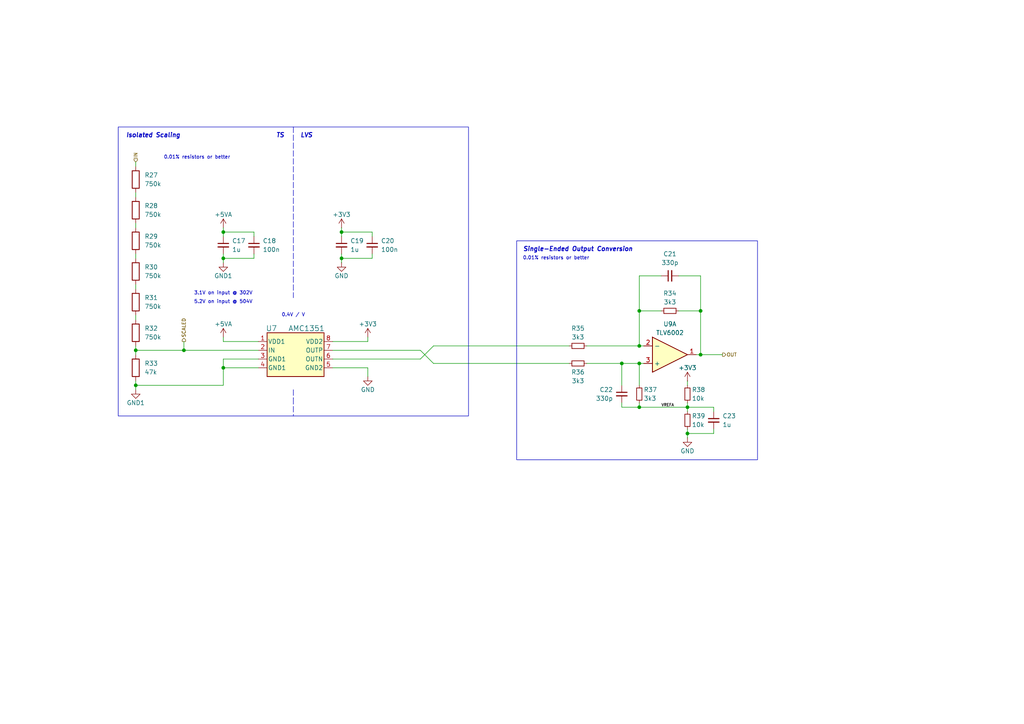
<source format=kicad_sch>
(kicad_sch (version 20250114) (generator "eeschema") (generator_version "9.0")
  (paper "A4")
  (title_block (date "2025-12-13") (rev "${REVISION}") (company "York Formula Student") (comment 1 "Designed by Josh B, Logan C, and Owen S"))
  (lib_symbols
    (symbol "Device:C_Small" (pin_numbers (hide yes)) (pin_names (offset 0.254) (hide yes))
      (property "Reference" "C" (at 0.254 1.778 0))
      (property "Value" "C_Small" (at 0.254 -2.032 0))
      (symbol "C_Small_0_1"
        (polyline (pts (xy -1.524 0.508) (xy 1.524 0.508)) (stroke (width 0.3048)))
        (polyline (pts (xy -1.524 -0.508) (xy 1.524 -0.508)) (stroke (width 0.3302)))
      )
      (symbol "C_Small_1_1"
        (pin passive line (at 0 2.54 270) (length 2.032) (name "~") (number "1"))
        (pin passive line (at 0 -2.54 90) (length 2.032) (name "~") (number "2"))
      )
    )
    (symbol "Device:R" (pin_numbers (hide yes)) (pin_names (offset 0))
      (property "Reference" "R" (at 2.032 0 90))
      (property "Value" "R" (at 0 0 90))
      (symbol "R_0_1"
        (rectangle (start -1.016 -2.54) (end 1.016 2.54) (stroke (width 0.254)))
      )
      (symbol "R_1_1"
        (pin passive line (at 0 3.81 270) (length 1.27) (name "~") (number "1"))
        (pin passive line (at 0 -3.81 90) (length 1.27) (name "~") (number "2"))
      )
    )
    (symbol "Device:R_Small" (pin_numbers (hide yes)) (pin_names (offset 0.254) (hide yes))
      (property "Reference" "R" (at 0 0 90))
      (property "Value" "R_Small" (at 1.778 0 90))
      (symbol "R_Small_0_1"
        (rectangle (start -0.762 1.778) (end 0.762 -1.778) (stroke (width 0.2032)))
      )
      (symbol "R_Small_1_1"
        (pin passive line (at 0 2.54 270) (length 0.762) (name "~") (number "1"))
        (pin passive line (at 0 -2.54 90) (length 0.762) (name "~") (number "2"))
      )
    )
    (symbol "power:+3V3" (power) (pin_numbers (hide yes)) (pin_names (offset 0) (hide yes))
      (property "Value" "+3V3" (at 0 3.556 0))
      (symbol "+3V3_0_1"
        (polyline (pts (xy -0.762 1.27) (xy 0 2.54)))
        (polyline (pts (xy 0 2.54) (xy 0.762 1.27)))
        (polyline (pts (xy 0 0) (xy 0 2.54)))
      )
      (symbol "+3V3_1_1"
        (pin power_in line (at 0 0 90) (length 0) (name "~") (number "1"))
      )
    )
    (symbol "power:+5VA" (power) (pin_numbers (hide yes)) (pin_names (offset 0) (hide yes))
      (property "Value" "+5VA" (at 0 3.556 0))
      (symbol "+5VA_0_1"
        (polyline (pts (xy -0.762 1.27) (xy 0 2.54)))
        (polyline (pts (xy 0 2.54) (xy 0.762 1.27)))
        (polyline (pts (xy 0 0) (xy 0 2.54)))
      )
      (symbol "+5VA_1_1"
        (pin power_in line (at 0 0 90) (length 0) (name "~") (number "1"))
      )
    )
    (symbol "power:GND" (power) (pin_numbers (hide yes)) (pin_names (offset 0) (hide yes))
      (property "Value" "GND" (at 0 -3.81 0))
      (symbol "GND_0_1"
        (polyline (pts (xy 0 0) (xy 0 -1.27) (xy 1.27 -1.27) (xy 0 -2.54) (xy -1.27 -1.27) (xy 0 -1.27)))
      )
      (symbol "GND_1_1"
        (pin power_in line (at 0 0 270) (length 0) (name "~") (number "1"))
      )
    )
    (symbol "power:GND1" (power) (pin_numbers (hide yes)) (pin_names (offset 0) (hide yes))
      (property "Value" "GND1" (at 0 -3.81 0))
      (symbol "GND1_0_1"
        (polyline (pts (xy 0 0) (xy 0 -1.27) (xy 1.27 -1.27) (xy 0 -2.54) (xy -1.27 -1.27) (xy 0 -1.27)))
      )
      (symbol "GND1_1_1"
        (pin power_in line (at 0 0 270) (length 0) (name "~") (number "1"))
      )
    )
    (symbol "yfs:AMC1351" (pin_names (offset 0.254))
      (property "Reference" "U" (at 0.254 1.016 0))
      (property "Value" "AMC1351" (at 11.938 1.524 0))
      (symbol "AMC1351_1_1"
        (rectangle (start 0 0) (end 16.51 -12.7) (stroke (width 0.254)) (fill (type background)))
        (pin power_in line (at -2.54 -2.54 0) (length 2.54) (name "VDD1") (number "1"))
        (pin input line (at -2.54 -5.08 0) (length 2.54) (name "IN") (number "2"))
        (pin power_in line (at -2.54 -7.62 0) (length 2.54) (name "GND1") (number "3"))
        (pin power_in line (at -2.54 -10.16 0) (length 2.54) (name "GND1") (number "4"))
        (pin power_in line (at 19.05 -2.54 180) (length 2.54) (name "VDD2") (number "8"))
        (pin output line (at 19.05 -5.08 180) (length 2.54) (name "OUTP") (number "7"))
        (pin output line (at 19.05 -7.62 180) (length 2.54) (name "OUTN") (number "6"))
        (pin power_in line (at 19.05 -10.16 180) (length 2.54) (name "GND2") (number "5"))
      )
    )
    (symbol "yfs:TLV6002"
      (property "Reference" "U" (at 0 5.08 0))
      (property "Value" "TLV6002" (at 0 -5.08 0))
      (symbol "TLV6002_1_1"
        (polyline (pts (xy -5.08 5.08) (xy 5.08 0) (xy -5.08 -5.08) (xy -5.08 5.08)) (stroke (width 0.254)) (fill (type background)))
        (pin input line (at -7.62 2.54 0) (length 2.54) (name "-") (number "2"))
        (pin input line (at -7.62 -2.54 0) (length 2.54) (name "+") (number "3"))
        (pin output line (at 7.62 0 180) (length 2.54) (name "~") (number "1"))
      )
      (symbol "TLV6002_2_1"
        (polyline (pts (xy -5.08 5.08) (xy 5.08 0) (xy -5.08 -5.08) (xy -5.08 5.08)) (stroke (width 0.254)) (fill (type background)))
        (pin input line (at -7.62 2.54 0) (length 2.54) (name "-") (number "6"))
        (pin input line (at -7.62 -2.54 0) (length 2.54) (name "+") (number "5"))
        (pin output line (at 7.62 0 180) (length 2.54) (name "~") (number "7"))
      )
      (symbol "TLV6002_3_1"
        (pin power_in line (at -2.54 7.62 270) (length 3.81) (name "V+") (number "8"))
        (pin power_in line (at -2.54 -7.62 90) (length 3.81) (name "V-") (number "4"))
      )
    )
  )
  (rectangle (start 34.29 36.83) (end 135.89 120.65))
  (rectangle (start 149.86 69.85) (end 219.71 133.35))
  (text "3.1V on input @ 302V" (at 64.77 85.09 0) (effects (font (size 1 1))))
  (text "0.01% resistors or better\n" (at 161.29 74.93 0) (effects (font (size 1 1))))
  (text "Single-Ended Output Conversion" (at 167.64 72.39 0) (effects (font (size 1.27 1.27) (thickness 0.254) (bold yes) (italic yes))))
  (text "0.4V / V" (at 85.09 91.44 0) (effects (font (size 1 1))))
  (text "5.2V on input @ 504V" (at 64.77 87.63 0) (effects (font (size 1 1))))
  (text "Isolated Scaling" (at 44.45 39.37 0) (effects (font (size 1.27 1.27) (thickness 0.254) (bold yes) (italic yes))))
  (text "TS" (at 81.28 39.37 0) (effects (font (size 1.27 1.27) (thickness 0.254) (bold yes) (italic yes))))
  (text "0.01% resistors or better\n" (at 57.15 45.72 0) (effects (font (size 1 1))))
  (text "LVS" (at 88.9 39.37 0) (effects (font (size 1.27 1.27) (thickness 0.254) (bold yes) (italic yes))))
  (junction (at 203.2 102.87))
  (junction (at 64.77 74.93))
  (junction (at 99.06 74.93))
  (junction (at 53.34 101.6))
  (junction (at 185.42 100.33))
  (junction (at 203.2 90.17))
  (junction (at 39.37 101.6))
  (junction (at 39.37 111.76))
  (junction (at 99.06 67.31))
  (junction (at 64.77 67.31))
  (junction (at 185.42 105.41))
  (junction (at 185.42 90.17))
  (junction (at 185.42 118.11))
  (junction (at 180.34 105.41))
  (junction (at 199.39 118.11))
  (junction (at 199.39 125.73))
  (junction (at 64.77 106.68))
  (wire (pts (xy 99.06 66.04) (xy 99.06 67.31)))
  (wire (pts (xy 64.77 67.31) (xy 64.77 68.58)))
  (wire (pts (xy 64.77 104.14) (xy 74.93 104.14)))
  (wire (pts (xy 73.66 68.58) (xy 73.66 67.31)))
  (wire (pts (xy 39.37 55.88) (xy 39.37 57.15)))
  (wire (pts (xy 199.39 110.49) (xy 199.39 111.76)))
  (wire (pts (xy 199.39 118.11) (xy 207.01 118.11)))
  (wire (pts (xy 39.37 46.99) (xy 39.37 48.26)))
  (wire (pts (xy 64.77 106.68) (xy 64.77 104.14)))
  (wire (pts (xy 64.77 73.66) (xy 64.77 74.93)))
  (wire (pts (xy 39.37 82.55) (xy 39.37 83.82)))
  (wire (pts (xy 39.37 102.87) (xy 39.37 101.6)))
  (wire (pts (xy 39.37 111.76) (xy 39.37 113.03)))
  (wire (pts (xy 191.77 90.17) (xy 185.42 90.17)))
  (wire (pts (xy 64.77 67.31) (xy 73.66 67.31)))
  (wire (pts (xy 185.42 118.11) (xy 199.39 118.11)))
  (wire (pts (xy 207.01 125.73) (xy 207.01 124.46)))
  (wire (pts (xy 199.39 116.84) (xy 199.39 118.11)))
  (wire (pts (xy 185.42 116.84) (xy 185.42 118.11)))
  (wire (pts (xy 73.66 73.66) (xy 73.66 74.93)))
  (wire (pts (xy 64.77 106.68) (xy 74.93 106.68)))
  (wire (pts (xy 99.06 74.93) (xy 99.06 76.2)))
  (wire (pts (xy 199.39 124.46) (xy 199.39 125.73)))
  (wire (pts (xy 96.52 101.6) (xy 121.92 101.6)))
  (wire (pts (xy 99.06 73.66) (xy 99.06 74.93)))
  (wire (pts (xy 99.06 67.31) (xy 99.06 68.58)))
  (wire (pts (xy 39.37 73.66) (xy 39.37 74.93)))
  (wire (pts (xy 191.77 80.01) (xy 185.42 80.01)))
  (polyline (pts (xy 85.09 36.83) (xy 85.09 86.36)) (stroke (width 0) (type dash)))
  (wire (pts (xy 196.85 90.17) (xy 203.2 90.17)))
  (wire (pts (xy 106.68 109.22) (xy 106.68 106.68)))
  (polyline (pts (xy 85.09 115.57) (xy 85.09 120.65)) (stroke (width 0) (type dash)))
  (wire (pts (xy 53.34 101.6) (xy 74.93 101.6)))
  (wire (pts (xy 170.18 100.33) (xy 185.42 100.33)))
  (wire (pts (xy 107.95 68.58) (xy 107.95 67.31)))
  (wire (pts (xy 106.68 97.79) (xy 106.68 99.06)))
  (wire (pts (xy 185.42 105.41) (xy 186.69 105.41)))
  (wire (pts (xy 185.42 100.33) (xy 186.69 100.33)))
  (wire (pts (xy 39.37 91.44) (xy 39.37 92.71)))
  (wire (pts (xy 107.95 73.66) (xy 107.95 74.93)))
  (wire (pts (xy 96.52 104.14) (xy 121.92 104.14)))
  (wire (pts (xy 125.73 105.41) (xy 121.92 101.6)))
  (wire (pts (xy 180.34 105.41) (xy 185.42 105.41)))
  (wire (pts (xy 96.52 99.06) (xy 106.68 99.06)))
  (wire (pts (xy 180.34 105.41) (xy 180.34 111.76)))
  (wire (pts (xy 203.2 80.01) (xy 203.2 90.17)))
  (wire (pts (xy 199.39 125.73) (xy 207.01 125.73)))
  (wire (pts (xy 107.95 74.93) (xy 99.06 74.93)))
  (wire (pts (xy 199.39 125.73) (xy 199.39 127)))
  (wire (pts (xy 64.77 106.68) (xy 64.77 111.76)))
  (wire (pts (xy 39.37 100.33) (xy 39.37 101.6)))
  (wire (pts (xy 207.01 119.38) (xy 207.01 118.11)))
  (wire (pts (xy 185.42 105.41) (xy 185.42 111.76)))
  (wire (pts (xy 39.37 111.76) (xy 39.37 110.49)))
  (wire (pts (xy 125.73 100.33) (xy 165.1 100.33)))
  (wire (pts (xy 64.77 99.06) (xy 74.93 99.06)))
  (wire (pts (xy 170.18 105.41) (xy 180.34 105.41)))
  (wire (pts (xy 199.39 118.11) (xy 199.39 119.38)))
  (wire (pts (xy 196.85 80.01) (xy 203.2 80.01)))
  (wire (pts (xy 53.34 99.06) (xy 53.34 101.6)))
  (wire (pts (xy 64.77 97.79) (xy 64.77 99.06)))
  (wire (pts (xy 203.2 102.87) (xy 209.55 102.87)))
  (wire (pts (xy 203.2 90.17) (xy 203.2 102.87)))
  (wire (pts (xy 39.37 111.76) (xy 64.77 111.76)))
  (wire (pts (xy 201.93 102.87) (xy 203.2 102.87)))
  (wire (pts (xy 39.37 101.6) (xy 53.34 101.6)))
  (wire (pts (xy 180.34 118.11) (xy 185.42 118.11)))
  (wire (pts (xy 64.77 66.04) (xy 64.77 67.31)))
  (polyline (pts (xy 85.09 113.03) (xy 85.09 115.57)) (stroke (width 0) (type dash)))
  (wire (pts (xy 180.34 116.84) (xy 180.34 118.11)))
  (wire (pts (xy 73.66 74.93) (xy 64.77 74.93)))
  (wire (pts (xy 125.73 100.33) (xy 121.92 104.14)))
  (wire (pts (xy 185.42 80.01) (xy 185.42 90.17)))
  (wire (pts (xy 39.37 64.77) (xy 39.37 66.04)))
  (wire (pts (xy 96.52 106.68) (xy 106.68 106.68)))
  (wire (pts (xy 185.42 90.17) (xy 185.42 100.33)))
  (wire (pts (xy 125.73 105.41) (xy 165.1 105.41)))
  (wire (pts (xy 99.06 67.31) (xy 107.95 67.31)))
  (wire (pts (xy 64.77 74.93) (xy 64.77 76.2)))
  (label "VREFA" (at 191.77 118.11 0) (effects (font (size 0.8 0.8))))
  (hierarchical_label "IN" (shape input) (at 39.37 46.99 90) (effects (font (size 1 1))))
  (hierarchical_label "SCALED" (shape output) (at 53.34 99.06 90) (effects (font (size 1 1))))
  (hierarchical_label "OUT" (shape output) (at 209.55 102.87 0) (effects (font (size 1 1))))
  (symbol (lib_id "Device:C_Small") (at 107.95 71.12 0) (unit 1)
    (property "Reference" "C20" (at 110.49 69.8562 0) (effects (justify left)))
    (property "Value" "100n" (at 110.49 72.3962 0) (effects (justify left)))
    (property "Footprint" "Capacitor_SMD:C_0603_1608Metric" (effects (hide yes)))
    (property "Description" "Unpolarized capacitor, small symbol" (effects (hide yes)))
    (property "Dist #" "C1591" (effects (hide yes)))
    (property "Mfr" "Samsung" (effects (hide yes)))
    (property "Mfr #" "CL10B104KB8NNNC" (effects (hide yes)))
    (property "Dist" "LCSC" (effects (hide yes)))
    (instances (project "Precharge_PCB" (path "" (reference "C20") (unit 1)) (path "" (reference "C27") (unit 1))))
  )
  (symbol (lib_id "Device:C_Small") (at 99.06 71.12 0) (unit 1)
    (property "Reference" "C19" (at 101.6 69.8562 0) (effects (justify left)))
    (property "Value" "1u" (at 101.6 72.3962 0) (effects (justify left)))
    (property "Footprint" "Capacitor_SMD:C_0603_1608Metric" (effects (hide yes)))
    (property "Description" "Unpolarized capacitor, small symbol" (effects (hide yes)))
    (property "Dist #" "C5199872" (effects (hide yes)))
    (property "Mfr" "Samsung" (effects (hide yes)))
    (property "Mfr #" "CL10B105KB8NQNC" (effects (hide yes)))
    (property "Dist" "LCSC" (effects (hide yes)))
    (instances (project "Precharge_PCB" (path "" (reference "C19") (unit 1)) (path "" (reference "C26") (unit 1))))
  )
  (symbol (lib_id "Device:R") (at 39.37 78.74 0) (unit 1)
    (property "Reference" "R30" (at 41.91 77.4699 0) (effects (justify left)))
    (property "Value" "750k" (at 41.91 80.0099 0) (effects (justify left)))
    (property "Footprint" "Resistor_SMD:R_1206_3216Metric" (effects (hide yes)))
    (instances (project "Precharge_PCB" (path "" (reference "R30") (unit 1)) (path "" (reference "R43") (unit 1))))
  )
  (symbol (lib_id "Device:R") (at 39.37 60.96 0) (unit 1)
    (property "Reference" "R28" (at 41.91 59.6899 0) (effects (justify left)))
    (property "Value" "750k" (at 41.91 62.2299 0) (effects (justify left)))
    (property "Footprint" "Resistor_SMD:R_1206_3216Metric" (effects (hide yes)))
    (instances (project "Precharge_PCB" (path "" (reference "R28") (unit 1)) (path "" (reference "R41") (unit 1))))
  )
  (symbol (lib_id "power:+3V3") (at 99.06 66.04 0) (unit 1)
    (property "Reference" "#PWR0110" (effects (hide yes)))
    (property "Value" "+3V3" (at 99.06 62.23 0))
    (property "Description" "Power symbol creates a global label with name \"+3V3\"" (effects (hide yes)))
    (instances (project "Precharge_PCB" (path "" (reference "#PWR0110") (unit 1)) (path "" (reference "#PWR0100") (unit 1))))
  )
  (symbol (lib_id "Device:C_Small") (at 73.66 71.12 0) (unit 1)
    (property "Reference" "C18" (at 76.2 69.8562 0) (effects (justify left)))
    (property "Value" "100n" (at 76.2 72.3962 0) (effects (justify left)))
    (property "Footprint" "Capacitor_SMD:C_0603_1608Metric" (effects (hide yes)))
    (property "Description" "Unpolarized capacitor, small symbol" (effects (hide yes)))
    (property "Dist #" "C1591" (effects (hide yes)))
    (property "Mfr" "Samsung" (effects (hide yes)))
    (property "Mfr #" "CL10B104KB8NNNC" (effects (hide yes)))
    (property "Dist" "LCSC" (effects (hide yes)))
    (instances (project "Precharge_PCB" (path "" (reference "C18") (unit 1)) (path "" (reference "C25") (unit 1))))
  )
  (symbol (lib_id "Device:R") (at 39.37 87.63 0) (unit 1)
    (property "Reference" "R31" (at 41.91 86.3599 0) (effects (justify left)))
    (property "Value" "750k" (at 41.91 88.8999 0) (effects (justify left)))
    (property "Footprint" "Resistor_SMD:R_1206_3216Metric" (effects (hide yes)))
    (instances (project "Precharge_PCB" (path "" (reference "R31") (unit 1)) (path "" (reference "R44") (unit 1))))
  )
  (symbol (lib_id "yfs:TLV6002") (at 194.31 102.87 0) (unit 1)
    (property "Reference" "U9" (at 194.31 93.98 0))
    (property "Value" "TLV6002" (at 194.31 96.52 0))
    (property "Footprint" "Package_SO:SOIC-8_3.9x4.9mm_P1.27mm" (effects (hide yes)))
    (property "Description" "Dual operational amplifier" (effects (hide yes)))
    (property "Sim.Library" "${KICAD7_SYMBOL_DIR}/Simulation_SPICE.sp" (effects (hide yes)))
    (property "Sim.Name" "kicad_builtin_opamp_dual" (effects (hide yes)))
    (property "Sim.Device" "SUBCKT" (effects (hide yes)))
    (property "Sim.Pins" "1=out1 2=in1- 3=in1+ 4=vee 5=in2+ 6=in2- 7=out2 8=vcc" (effects (hide yes)))
    (property "Dist" "Mouser" (effects (hide yes)))
    (property "Dist #" "595-TLV6002QDRQ1" (effects (hide yes)))
    (property "Mfr" "Texas Instruments" (effects (hide yes)))
    (property "Mfr #" "TLV6002QDRQ1" (effects (hide yes)))
    (instances (project "Precharge_PCB" (path "" (reference "U9") (unit 1)) (path "" (reference "U9") (unit 2))))
  )
  (symbol (lib_id "Device:R") (at 39.37 96.52 0) (unit 1)
    (property "Reference" "R32" (at 41.91 95.2499 0) (effects (justify left)))
    (property "Value" "750k" (at 41.91 97.7899 0) (effects (justify left)))
    (property "Footprint" "Resistor_SMD:R_1206_3216Metric" (effects (hide yes)))
    (instances (project "Precharge_PCB" (path "" (reference "R32") (unit 1)) (path "" (reference "R45") (unit 1))))
  )
  (symbol (lib_id "power:GND") (at 99.06 76.2 0) (unit 1)
    (property "Reference" "#PWR0111" (effects (hide yes)))
    (property "Value" "GND" (at 99.06 80.01 0))
    (property "Description" "Power symbol creates a global label with name \"GND\" , ground" (effects (hide yes)))
    (instances (project "Precharge_PCB" (path "" (reference "#PWR0111") (unit 1)) (path "" (reference "#PWR0101") (unit 1))))
  )
  (symbol (lib_id "power:GND") (at 106.68 109.22 0) (unit 1)
    (property "Reference" "#PWR0113" (effects (hide yes)))
    (property "Value" "GND" (at 106.68 113.03 0))
    (property "Description" "Power symbol creates a global label with name \"GND\" , ground" (effects (hide yes)))
    (instances (project "Precharge_PCB" (path "" (reference "#PWR0113") (unit 1)) (path "" (reference "#PWR0103") (unit 1))))
  )
  (symbol (lib_id "Device:C_Small") (at 207.01 121.92 0) (mirror y) (unit 1)
    (property "Reference" "C23" (at 209.55 120.65 0) (effects (justify right)))
    (property "Value" "1u" (at 209.55 123.19 0) (effects (justify right)))
    (property "Footprint" "Capacitor_SMD:C_0603_1608Metric" (effects (hide yes)))
    (property "Description" "Unpolarized capacitor, small symbol" (effects (hide yes)))
    (property "Dist" "LCSC" (effects (hide yes)))
    (property "Dist #" "C5199872" (effects (hide yes)))
    (property "Mfr" "Samsung" (effects (hide yes)))
    (property "Mfr #" "CL10B105KB8NQNC" (effects (hide yes)))
    (instances (project "Precharge_PCB" (path "" (reference "C23") (unit 1)) (path "" (reference "C30") (unit 1))))
  )
  (symbol (lib_id "power:GND") (at 199.39 127 0) (unit 1)
    (property "Reference" "#PWR0115" (effects (hide yes)))
    (property "Value" "GND" (at 199.39 130.81 0))
    (property "Description" "Power symbol creates a global label with name \"GND\" , ground" (effects (hide yes)))
    (instances (project "Precharge_PCB" (path "" (reference "#PWR0115") (unit 1)) (path "" (reference "#PWR0107") (unit 1))))
  )
  (symbol (lib_id "Device:C_Small") (at 194.31 80.01 90) (unit 1)
    (property "Reference" "C21" (at 194.3163 73.66 90))
    (property "Value" "330p" (at 194.3163 76.2 90))
    (property "Footprint" "Capacitor_SMD:C_0603_1608Metric" (effects (hide yes)))
    (property "Description" "Unpolarized capacitor, small symbol" (effects (hide yes)))
    (instances (project "Precharge_PCB" (path "" (reference "C21") (unit 1)) (path "" (reference "C28") (unit 1))))
  )
  (symbol (lib_id "Device:R_Small") (at 185.42 114.3 0) (unit 1)
    (property "Reference" "R37" (at 186.69 113.03 0) (effects (justify left)))
    (property "Value" "3k3" (at 186.69 115.57 0) (effects (justify left)))
    (property "Footprint" "Resistor_SMD:R_0603_1608Metric" (effects (hide yes)))
    (property "Description" "Resistor, small symbol" (effects (hide yes)))
    (instances (project "Precharge_PCB" (path "" (reference "R37") (unit 1)) (path "" (reference "R50") (unit 1))))
  )
  (symbol (lib_id "Device:R") (at 39.37 106.68 0) (unit 1)
    (property "Reference" "R33" (at 41.91 105.4099 0) (effects (justify left)))
    (property "Value" "47k" (at 41.91 107.9499 0) (effects (justify left)))
    (property "Footprint" "Resistor_SMD:R_1206_3216Metric" (effects (hide yes)))
    (instances (project "Precharge_PCB" (path "" (reference "R33") (unit 1)) (path "" (reference "R46") (unit 1))))
  )
  (symbol (lib_id "power:GND1") (at 64.77 76.2 0) (unit 1)
    (property "Reference" "#PWR0108" (effects (hide yes)))
    (property "Value" "GND1" (at 64.77 80.01 0))
    (property "Description" "Power symbol creates a global label with name \"GND1\" , ground" (effects (hide yes)))
    (instances (project "Precharge_PCB" (path "" (reference "#PWR0108") (unit 1)) (path "" (reference "#PWR099") (unit 1))))
  )
  (symbol (lib_id "Device:R_Small") (at 199.39 114.3 180) (unit 1)
    (property "Reference" "R38" (at 200.66 113.03 0) (effects (justify right)))
    (property "Value" "10k" (at 200.66 115.57 0) (effects (justify right)))
    (property "Footprint" "Resistor_SMD:R_0603_1608Metric" (effects (hide yes)))
    (property "Description" "Resistor, small symbol" (effects (hide yes)))
    (property "Dist" "LCSC" (effects (hide yes)))
    (property "Dist #" "C25804" (effects (hide yes)))
    (property "Mfr" "Uni-Royal" (effects (hide yes)))
    (property "Mfr #" "0603WAF1002T5E" (effects (hide yes)))
    (instances (project "Precharge_PCB" (path "" (reference "R38") (unit 1)) (path "" (reference "R51") (unit 1))))
  )
  (symbol (lib_id "Device:R_Small") (at 167.64 100.33 90) (unit 1)
    (property "Reference" "R35" (at 167.64 95.25 90))
    (property "Value" "3k3" (at 167.64 97.79 90))
    (property "Footprint" "Resistor_SMD:R_0603_1608Metric" (effects (hide yes)))
    (property "Description" "Resistor, small symbol" (effects (hide yes)))
    (instances (project "Precharge_PCB" (path "" (reference "R35") (unit 1)) (path "" (reference "R48") (unit 1))))
  )
  (symbol (lib_id "Device:R_Small") (at 194.31 90.17 90) (unit 1)
    (property "Reference" "R34" (at 194.31 85.09 90))
    (property "Value" "3k3" (at 194.31 87.63 90))
    (property "Footprint" "Resistor_SMD:R_0603_1608Metric" (effects (hide yes)))
    (property "Description" "Resistor, small symbol" (effects (hide yes)))
    (instances (project "Precharge_PCB" (path "" (reference "R34") (unit 1)) (path "" (reference "R47") (unit 1))))
  )
  (symbol (lib_id "power:+5VA") (at 64.77 66.04 0) (unit 1)
    (property "Reference" "#PWR0105" (effects (hide yes)))
    (property "Value" "+5VA" (at 64.77 62.23 0))
    (property "Description" "Power symbol creates a global label with name \"+5VA\"" (effects (hide yes)))
    (instances (project "Precharge_PCB" (path "" (reference "#PWR0105") (unit 1)) (path "" (reference "#PWR098") (unit 1))))
  )
  (symbol (lib_id "yfs:AMC1351") (at 77.47 96.52 0) (unit 1)
    (property "Reference" "U7" (at 78.74 95.25 0) (effects (font (size 1.524 1.524))))
    (property "Value" "AMC1351" (at 88.9 95.25 0) (effects (font (size 1.524 1.524))))
    (property "Footprint" "Package_SO:SOIC-8_3.9x4.9mm_P1.27mm" (effects (hide yes)))
    (property "Datasheet" "https://www.ti.com/lit/ds/symlink/amc1351.pdf" (effects (hide yes)))
    (property "Description" "Precision, 5-V Input, Reinforced Isolated Amplifier" (effects (hide yes)))
    (property "Dist" "Mouser" (effects (hide yes)))
    (property "Dist #" "595-AMC1351QDWVRQ1" (effects (hide yes)))
    (property "Mfr" "Texas Instruments" (effects (hide yes)))
    (property "Mfr #" "AMC1351QDWVRQ1" (effects (hide yes)))
    (instances (project "Precharge_PCB" (path "" (reference "U7") (unit 1)) (path "" (reference "U8") (unit 1))))
  )
  (symbol (lib_id "Device:C_Small") (at 64.77 71.12 0) (unit 1)
    (property "Reference" "C17" (at 67.31 69.8562 0) (effects (justify left)))
    (property "Value" "1u" (at 67.31 72.3962 0) (effects (justify left)))
    (property "Footprint" "Capacitor_SMD:C_0603_1608Metric" (effects (hide yes)))
    (property "Description" "Unpolarized capacitor, small symbol" (effects (hide yes)))
    (property "Dist #" "C5199872" (effects (hide yes)))
    (property "Mfr" "Samsung" (effects (hide yes)))
    (property "Mfr #" "CL10B105KB8NQNC" (effects (hide yes)))
    (property "Dist" "LCSC" (effects (hide yes)))
    (instances (project "Precharge_PCB" (path "" (reference "C17") (unit 1)) (path "" (reference "C24") (unit 1))))
  )
  (symbol (lib_id "power:+3V3") (at 199.39 110.49 0) (unit 1)
    (property "Reference" "#PWR0114" (effects (hide yes)))
    (property "Value" "+3V3" (at 199.39 106.68 0))
    (property "Description" "Power symbol creates a global label with name \"+3V3\"" (effects (hide yes)))
    (instances (project "Precharge_PCB" (path "" (reference "#PWR0114") (unit 1)) (path "" (reference "#PWR0106") (unit 1))))
  )
  (symbol (lib_id "Device:C_Small") (at 180.34 114.3 0) (mirror y) (unit 1)
    (property "Reference" "C22" (at 177.8 113.0362 0) (effects (justify left)))
    (property "Value" "330p" (at 177.8 115.5762 0) (effects (justify left)))
    (property "Footprint" "Capacitor_SMD:C_0603_1608Metric" (effects (hide yes)))
    (property "Description" "Unpolarized capacitor, small symbol" (effects (hide yes)))
    (instances (project "Precharge_PCB" (path "" (reference "C22") (unit 1)) (path "" (reference "C29") (unit 1))))
  )
  (symbol (lib_id "power:GND1") (at 39.37 113.03 0) (unit 1)
    (property "Reference" "#PWR0104" (effects (hide yes)))
    (property "Value" "GND1" (at 39.37 116.84 0))
    (property "Description" "Power symbol creates a global label with name \"GND1\" , ground" (effects (hide yes)))
    (instances (project "Precharge_PCB" (path "" (reference "#PWR0104") (unit 1)) (path "" (reference "#PWR096") (unit 1))))
  )
  (symbol (lib_id "Device:R") (at 39.37 69.85 0) (unit 1)
    (property "Reference" "R29" (at 41.91 68.5799 0) (effects (justify left)))
    (property "Value" "750k" (at 41.91 71.1199 0) (effects (justify left)))
    (property "Footprint" "Resistor_SMD:R_1206_3216Metric" (effects (hide yes)))
    (instances (project "Precharge_PCB" (path "" (reference "R29") (unit 1)) (path "" (reference "R42") (unit 1))))
  )
  (symbol (lib_id "Device:R_Small") (at 167.64 105.41 90) (mirror x) (unit 1)
    (property "Reference" "R36" (at 167.64 107.95 90))
    (property "Value" "3k3" (at 167.64 110.49 90))
    (property "Footprint" "Resistor_SMD:R_0603_1608Metric" (effects (hide yes)))
    (property "Description" "Resistor, small symbol" (effects (hide yes)))
    (instances (project "Precharge_PCB" (path "" (reference "R36") (unit 1)) (path "" (reference "R49") (unit 1))))
  )
  (symbol (lib_id "power:+3V3") (at 106.68 97.79 0) (unit 1)
    (property "Reference" "#PWR0112" (effects (hide yes)))
    (property "Value" "+3V3" (at 106.68 93.98 0))
    (property "Description" "Power symbol creates a global label with name \"+3V3\"" (effects (hide yes)))
    (instances (project "Precharge_PCB" (path "" (reference "#PWR0112") (unit 1)) (path "" (reference "#PWR0102") (unit 1))))
  )
  (symbol (lib_id "Device:R_Small") (at 199.39 121.92 180) (unit 1)
    (property "Reference" "R39" (at 200.66 120.65 0) (effects (justify right)))
    (property "Value" "10k" (at 200.66 123.19 0) (effects (justify right)))
    (property "Footprint" "Resistor_SMD:R_0603_1608Metric" (effects (hide yes)))
    (property "Description" "Resistor, small symbol" (effects (hide yes)))
    (property "Dist" "LCSC" (effects (hide yes)))
    (property "Dist #" "C25804" (effects (hide yes)))
    (property "Mfr" "Uni-Royal" (effects (hide yes)))
    (property "Mfr #" "0603WAF1002T5E" (effects (hide yes)))
    (instances (project "Precharge_PCB" (path "" (reference "R39") (unit 1)) (path "" (reference "R52") (unit 1))))
  )
  (symbol (lib_id "power:+5VA") (at 64.77 97.79 0) (unit 1)
    (property "Reference" "#PWR0109" (effects (hide yes)))
    (property "Value" "+5VA" (at 64.77 93.98 0))
    (property "Description" "Power symbol creates a global label with name \"+5VA\"" (effects (hide yes)))
    (instances (project "Precharge_PCB" (path "" (reference "#PWR0109") (unit 1)) (path "" (reference "#PWR097") (unit 1))))
  )
  (symbol (lib_id "Device:R") (at 39.37 52.07 0) (unit 1)
    (property "Reference" "R27" (at 41.91 50.7999 0) (effects (justify left)))
    (property "Value" "750k" (at 41.91 53.3399 0) (effects (justify left)))
    (property "Footprint" "Resistor_SMD:R_1206_3216Metric" (effects (hide yes)))
    (instances (project "Precharge_PCB" (path "" (reference "R27") (unit 1)) (path "" (reference "R40") (unit 1))))
  )
)
</source>
